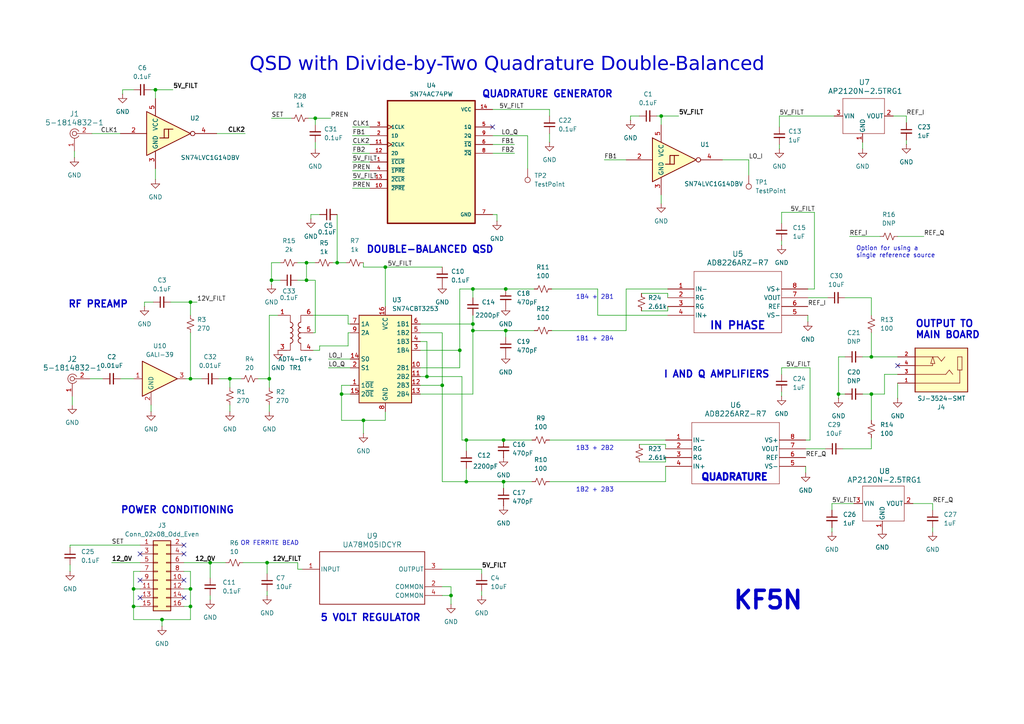
<source format=kicad_sch>
(kicad_sch (version 20231120) (generator "eeschema") (generator_version "8.0")
  (paper "A4")
  (title_block (title "QSD2 with Divide-by-Two Quadrature Double-Balanced") (date "2024-02-29") (rev "1.1"))
  (junction (at 111.76 77.47))
  (junction (at 55.245 109.855))
  (junction (at 55.245 175.895))
  (junction (at 55.245 87.63))
  (junction (at 146.685 83.82))
  (junction (at 45.085 26.035))
  (junction (at 135.255 127.635))
  (junction (at 191.77 33.655))
  (junction (at 77.47 163.195))
  (junction (at 135.255 139.7))
  (junction (at 97.79 76.2))
  (junction (at 66.675 109.855))
  (junction (at 252.73 114.3))
  (junction (at 60.96 163.195))
  (junction (at 88.9 81.28))
  (junction (at 137.16 93.98))
  (junction (at 128.27 111.76))
  (junction (at 99.06 114.3))
  (junction (at 78.105 109.855))
  (junction (at 243.205 114.3))
  (junction (at 137.16 83.82))
  (junction (at 38.735 175.895))
  (junction (at 252.73 103.505))
  (junction (at 55.245 170.815))
  (junction (at 146.685 95.885))
  (junction (at 105.41 121.92))
  (junction (at 123.825 109.22))
  (junction (at 130.81 172.72))
  (junction (at 91.44 34.29))
  (junction (at 38.735 170.815))
  (junction (at 88.9 76.2))
  (junction (at 46.99 179.705))
  (junction (at 146.05 127.635))
  (junction (at 137.16 95.885))
  (junction (at 78.74 81.28))
  (junction (at 146.05 139.7))
  (junction (at 133.35 101.6))
  (no_connect (at 260.35 106.045))
  (no_connect (at 53.34 168.275))
  (no_connect (at 53.34 160.655))
  (no_connect (at 142.875 36.83))
  (no_connect (at 40.64 168.275))
  (no_connect (at 40.64 160.655))
  (no_connect (at 53.34 173.355))
  (no_connect (at 53.34 158.115))
  (no_connect (at 40.64 173.355))
  (wire (pts (xy 262.89 40.64) (xy 262.89 41.91)))
  (wire (pts (xy 186.055 90.17) (xy 193.675 90.17)))
  (wire (pts (xy 233.68 130.175) (xy 239.395 130.175)))
  (wire (pts (xy 121.92 99.06) (xy 123.825 99.06)))
  (wire (pts (xy 55.245 109.855) (xy 58.42 109.855)))
  (wire (pts (xy 86.36 76.2) (xy 88.9 76.2)))
  (wire (pts (xy 234.95 127.635) (xy 234.95 106.68)))
  (wire (pts (xy 45.085 26.035) (xy 45.085 28.575)))
  (wire (pts (xy 153.035 48.895) (xy 153.035 39.37)))
  (wire (pts (xy 38.735 175.895) (xy 38.735 179.705)))
  (wire (pts (xy 185.42 128.905) (xy 193.04 128.905)))
  (wire (pts (xy 20.32 158.115) (xy 20.32 158.75)))
  (wire (pts (xy 78.105 91.44) (xy 78.105 109.855)))
  (wire (pts (xy 128.27 172.72) (xy 130.81 172.72)))
  (wire (pts (xy 181.61 95.885) (xy 181.61 83.82)))
  (wire (pts (xy 128.27 170.18) (xy 130.81 170.18)))
  (wire (pts (xy 226.06 33.655) (xy 226.06 36.83)))
  (wire (pts (xy 90.17 62.23) (xy 92.71 62.23)))
  (wire (pts (xy 241.3 146.05) (xy 241.3 147.955)))
  (wire (pts (xy 38.735 170.815) (xy 40.64 170.815)))
  (wire (pts (xy 252.73 130.175) (xy 252.73 127)))
  (wire (pts (xy 256.54 114.3) (xy 256.54 108.585)))
  (wire (pts (xy 26.035 109.855) (xy 29.845 109.855)))
  (wire (pts (xy 99.06 114.3) (xy 99.06 111.76)))
  (wire (pts (xy 55.245 87.63) (xy 55.245 91.44)))
  (wire (pts (xy 21.59 43.815) (xy 21.59 45.72)))
  (wire (pts (xy 142.875 31.75) (xy 159.385 31.75)))
  (wire (pts (xy 137.16 83.82) (xy 146.685 83.82)))
  (wire (pts (xy 43.815 117.475) (xy 43.815 119.38)))
  (wire (pts (xy 193.675 90.17) (xy 193.675 88.9)))
  (wire (pts (xy 53.34 163.195) (xy 60.96 163.195)))
  (wire (pts (xy 137.16 83.82) (xy 137.16 86.36)))
  (wire (pts (xy 234.95 106.68) (xy 226.695 106.68)))
  (wire (pts (xy 35.56 26.035) (xy 35.56 27.305)))
  (wire (pts (xy 55.245 165.735) (xy 55.245 170.815)))
  (wire (pts (xy 77.47 171.45) (xy 77.47 172.72)))
  (wire (pts (xy 78.105 109.855) (xy 78.105 112.395)))
  (wire (pts (xy 41.91 88.9) (xy 41.91 87.63)))
  (wire (pts (xy 159.385 139.7) (xy 193.04 139.7)))
  (wire (pts (xy 55.245 165.735) (xy 53.34 165.735)))
  (wire (pts (xy 53.34 170.815) (xy 55.245 170.815)))
  (wire (pts (xy 70.485 163.195) (xy 77.47 163.195)))
  (wire (pts (xy 99.06 114.3) (xy 99.06 121.92)))
  (wire (pts (xy 95.25 106.68) (xy 101.6 106.68)))
  (wire (pts (xy 226.695 69.85) (xy 226.695 71.12)))
  (wire (pts (xy 226.06 33.655) (xy 241.935 33.655)))
  (wire (pts (xy 99.06 121.92) (xy 105.41 121.92)))
  (wire (pts (xy 102.235 52.07) (xy 107.315 52.07)))
  (wire (pts (xy 185.42 33.655) (xy 182.88 33.655)))
  (wire (pts (xy 121.92 106.68) (xy 133.35 106.68)))
  (wire (pts (xy 99.06 111.76) (xy 101.6 111.76)))
  (wire (pts (xy 236.22 83.82) (xy 236.22 61.595)))
  (wire (pts (xy 193.04 139.7) (xy 193.04 135.255)))
  (wire (pts (xy 41.91 87.63) (xy 44.45 87.63)))
  (wire (pts (xy 49.53 87.63) (xy 55.245 87.63)))
  (wire (pts (xy 137.16 114.3) (xy 137.16 95.885)))
  (wire (pts (xy 74.93 109.855) (xy 78.105 109.855)))
  (wire (pts (xy 142.875 62.23) (xy 144.145 62.23)))
  (wire (pts (xy 259.08 33.655) (xy 262.89 33.655)))
  (wire (pts (xy 86.36 81.28) (xy 88.9 81.28)))
  (wire (pts (xy 111.76 121.92) (xy 111.76 119.38)))
  (wire (pts (xy 186.055 85.09) (xy 193.675 85.09)))
  (wire (pts (xy 45.085 26.035) (xy 50.165 26.035)))
  (wire (pts (xy 262.89 33.655) (xy 262.89 35.56)))
  (wire (pts (xy 209.55 46.355) (xy 217.17 46.355)))
  (wire (pts (xy 139.7 171.45) (xy 139.7 172.72)))
  (wire (pts (xy 250.19 114.3) (xy 252.73 114.3)))
  (wire (pts (xy 105.41 76.2) (xy 105.41 77.47)))
  (wire (pts (xy 133.35 101.6) (xy 133.35 83.82)))
  (wire (pts (xy 128.27 139.7) (xy 135.255 139.7)))
  (wire (pts (xy 92.71 101.6) (xy 92.71 100.33)))
  (wire (pts (xy 100.965 93.98) (xy 101.6 93.98)))
  (wire (pts (xy 182.88 33.655) (xy 182.88 34.925)))
  (wire (pts (xy 102.235 54.61) (xy 107.315 54.61)))
  (wire (pts (xy 135.255 127.635) (xy 146.05 127.635)))
  (wire (pts (xy 34.925 109.855) (xy 38.735 109.855)))
  (wire (pts (xy 190.5 33.655) (xy 191.77 33.655)))
  (wire (pts (xy 245.11 103.505) (xy 243.205 103.505)))
  (wire (pts (xy 66.675 117.475) (xy 66.675 119.38)))
  (wire (pts (xy 55.245 170.815) (xy 55.245 175.895)))
  (wire (pts (xy 264.795 146.05) (xy 270.51 146.05)))
  (wire (pts (xy 146.685 97.79) (xy 146.685 95.885)))
  (wire (pts (xy 146.05 141.605) (xy 146.05 139.7)))
  (wire (pts (xy 78.105 117.475) (xy 78.105 119.38)))
  (wire (pts (xy 256.54 114.3) (xy 252.73 114.3)))
  (wire (pts (xy 243.205 103.505) (xy 243.205 114.3)))
  (wire (pts (xy 97.79 76.2) (xy 100.33 76.2)))
  (wire (pts (xy 137.16 95.885) (xy 146.685 95.885)))
  (wire (pts (xy 105.41 77.47) (xy 111.76 77.47)))
  (wire (pts (xy 38.735 26.035) (xy 35.56 26.035)))
  (wire (pts (xy 260.35 111.125) (xy 260.35 115.57)))
  (wire (pts (xy 38.735 165.735) (xy 40.64 165.735)))
  (wire (pts (xy 111.76 77.47) (xy 111.76 88.9)))
  (wire (pts (xy 181.61 83.82) (xy 193.675 83.82)))
  (wire (pts (xy 81.28 76.2) (xy 78.74 76.2)))
  (wire (pts (xy 91.44 41.275) (xy 91.44 43.18)))
  (wire (pts (xy 96.52 76.2) (xy 97.79 76.2)))
  (wire (pts (xy 121.92 114.3) (xy 137.16 114.3)))
  (wire (pts (xy 55.245 96.52) (xy 55.245 109.855)))
  (wire (pts (xy 146.05 127.635) (xy 154.305 127.635)))
  (wire (pts (xy 193.04 128.905) (xy 193.04 130.175)))
  (wire (pts (xy 89.535 34.29) (xy 91.44 34.29)))
  (wire (pts (xy 252.73 114.3) (xy 252.73 121.92)))
  (wire (pts (xy 32.385 163.195) (xy 40.64 163.195)))
  (wire (pts (xy 175.26 46.355) (xy 181.61 46.355)))
  (wire (pts (xy 88.9 76.2) (xy 91.44 76.2)))
  (wire (pts (xy 142.875 41.91) (xy 149.225 41.91)))
  (wire (pts (xy 245.11 86.36) (xy 252.73 86.36)))
  (wire (pts (xy 26.67 38.735) (xy 34.925 38.735)))
  (wire (pts (xy 135.255 139.7) (xy 146.05 139.7)))
  (wire (pts (xy 121.92 101.6) (xy 133.35 101.6)))
  (wire (pts (xy 160.02 95.885) (xy 181.61 95.885)))
  (wire (pts (xy 105.41 121.92) (xy 111.76 121.92)))
  (wire (pts (xy 121.92 93.98) (xy 137.16 93.98)))
  (wire (pts (xy 133.35 106.68) (xy 133.35 101.6)))
  (wire (pts (xy 90.17 63.5) (xy 90.17 62.23)))
  (wire (pts (xy 100.965 96.52) (xy 101.6 96.52)))
  (wire (pts (xy 123.825 109.22) (xy 133.985 109.22)))
  (wire (pts (xy 234.315 91.44) (xy 234.315 93.345)))
  (wire (pts (xy 185.42 133.985) (xy 193.04 133.985)))
  (wire (pts (xy 102.235 46.99) (xy 107.315 46.99)))
  (wire (pts (xy 252.73 103.505) (xy 260.35 103.505)))
  (wire (pts (xy 78.74 81.28) (xy 78.74 82.55)))
  (wire (pts (xy 135.255 135.89) (xy 135.255 139.7)))
  (wire (pts (xy 159.385 31.75) (xy 159.385 33.655)))
  (wire (pts (xy 95.25 104.14) (xy 101.6 104.14)))
  (wire (pts (xy 133.985 109.22) (xy 133.985 127.635)))
  (wire (pts (xy 45.085 48.895) (xy 45.085 52.07)))
  (wire (pts (xy 159.385 38.735) (xy 159.385 41.275)))
  (wire (pts (xy 193.675 85.09) (xy 193.675 86.36)))
  (wire (pts (xy 226.06 41.91) (xy 226.06 43.18)))
  (wire (pts (xy 133.35 83.82) (xy 137.16 83.82)))
  (wire (pts (xy 46.99 179.705) (xy 46.99 181.61)))
  (wire (pts (xy 66.675 109.855) (xy 69.85 109.855)))
  (wire (pts (xy 226.695 64.77) (xy 226.695 61.595)))
  (wire (pts (xy 246.38 68.58) (xy 255.27 68.58)))
  (wire (pts (xy 123.825 99.06) (xy 123.825 109.22)))
  (wire (pts (xy 78.74 81.28) (xy 81.28 81.28)))
  (wire (pts (xy 38.735 170.815) (xy 38.735 165.735)))
  (wire (pts (xy 128.27 111.76) (xy 128.27 139.7)))
  (wire (pts (xy 130.81 172.72) (xy 130.81 175.26)))
  (wire (pts (xy 102.235 36.83) (xy 107.315 36.83)))
  (wire (pts (xy 270.51 153.035) (xy 270.51 154.305)))
  (wire (pts (xy 142.875 39.37) (xy 153.035 39.37)))
  (wire (pts (xy 63.5 109.855) (xy 66.675 109.855)))
  (wire (pts (xy 133.985 127.635) (xy 135.255 127.635)))
  (wire (pts (xy 102.235 44.45) (xy 107.315 44.45)))
  (wire (pts (xy 102.235 41.91) (xy 107.315 41.91)))
  (wire (pts (xy 144.145 62.23) (xy 144.145 64.135)))
  (wire (pts (xy 55.245 87.63) (xy 57.15 87.63)))
  (wire (pts (xy 91.44 81.28) (xy 88.9 81.28)))
  (wire (pts (xy 20.32 158.115) (xy 40.64 158.115)))
  (wire (pts (xy 91.44 96.52) (xy 91.44 81.28)))
  (wire (pts (xy 135.255 127.635) (xy 135.255 130.81)))
  (wire (pts (xy 121.92 109.22) (xy 123.825 109.22)))
  (wire (pts (xy 173.355 91.44) (xy 193.675 91.44)))
  (wire (pts (xy 55.245 175.895) (xy 53.34 175.895)))
  (wire (pts (xy 173.355 83.82) (xy 173.355 91.44)))
  (wire (pts (xy 105.41 121.92) (xy 105.41 125.73)))
  (wire (pts (xy 20.32 163.83) (xy 20.32 165.735)))
  (wire (pts (xy 234.315 86.36) (xy 240.03 86.36)))
  (wire (pts (xy 252.73 96.52) (xy 252.73 103.505)))
  (wire (pts (xy 102.235 49.53) (xy 107.315 49.53)))
  (wire (pts (xy 142.875 44.45) (xy 149.225 44.45)))
  (wire (pts (xy 77.47 163.195) (xy 77.47 166.37)))
  (wire (pts (xy 252.73 86.36) (xy 252.73 91.44)))
  (wire (pts (xy 60.96 163.195) (xy 65.405 163.195)))
  (wire (pts (xy 226.695 106.68) (xy 226.695 108.585)))
  (wire (pts (xy 137.16 91.44) (xy 137.16 93.98)))
  (wire (pts (xy 111.76 77.47) (xy 128.27 77.47)))
  (wire (pts (xy 62.865 38.735) (xy 71.12 38.735)))
  (wire (pts (xy 233.68 127.635) (xy 234.95 127.635)))
  (wire (pts (xy 191.77 33.655) (xy 191.77 36.195)))
  (wire (pts (xy 233.68 135.255) (xy 233.68 137.16)))
  (wire (pts (xy 66.675 109.855) (xy 66.675 112.395)))
  (wire (pts (xy 60.96 172.72) (xy 60.96 173.99)))
  (wire (pts (xy 243.205 114.3) (xy 245.11 114.3)))
  (wire (pts (xy 191.77 33.655) (xy 196.85 33.655)))
  (wire (pts (xy 38.735 179.705) (xy 46.99 179.705)))
  (wire (pts (xy 60.96 163.195) (xy 60.96 167.64)))
  (wire (pts (xy 121.92 96.52) (xy 128.27 96.52)))
  (wire (pts (xy 121.92 111.76) (xy 128.27 111.76)))
  (wire (pts (xy 91.44 34.29) (xy 95.885 34.29)))
  (wire (pts (xy 100.965 100.33) (xy 100.965 96.52)))
  (wire (pts (xy 234.315 83.82) (xy 236.22 83.82)))
  (wire (pts (xy 256.54 108.585) (xy 260.35 108.585)))
  (wire (pts (xy 146.685 83.82) (xy 154.94 83.82)))
  (wire (pts (xy 241.3 153.035) (xy 241.3 154.305)))
  (wire (pts (xy 160.02 83.82) (xy 173.355 83.82)))
  (wire (pts (xy 55.245 179.705) (xy 55.245 175.895)))
  (wire (pts (xy 86.36 165.1) (xy 87.63 165.1)))
  (wire (pts (xy 226.695 61.595) (xy 236.22 61.595)))
  (wire (pts (xy 270.51 146.05) (xy 270.51 147.955)))
  (wire (pts (xy 130.81 170.18) (xy 130.81 172.72)))
  (wire (pts (xy 88.9 76.2) (xy 88.9 81.28)))
  (wire (pts (xy 90.805 101.6) (xy 92.71 101.6)))
  (wire (pts (xy 217.17 46.355) (xy 217.17 50.8)))
  (wire (pts (xy 86.36 163.195) (xy 86.36 165.1)))
  (wire (pts (xy 226.695 113.665) (xy 226.695 114.935)))
  (wire (pts (xy 90.805 91.44) (xy 100.965 91.44)))
  (wire (pts (xy 20.955 114.935) (xy 20.955 117.475)))
  (wire (pts (xy 101.6 114.3) (xy 99.06 114.3)))
  (wire (pts (xy 100.965 91.44) (xy 100.965 93.98)))
  (wire (pts (xy 159.385 127.635) (xy 193.04 127.635)))
  (wire (pts (xy 78.105 91.44) (xy 80.645 91.44)))
  (wire (pts (xy 250.19 41.275) (xy 250.19 43.18)))
  (wire (pts (xy 243.205 114.3) (xy 243.205 115.57)))
  (wire (pts (xy 146.05 139.7) (xy 154.305 139.7)))
  (wire (pts (xy 77.47 163.195) (xy 86.36 163.195)))
  (wire (pts (xy 241.3 146.05) (xy 247.65 146.05)))
  (wire (pts (xy 92.71 100.33) (xy 100.965 100.33)))
  (wire (pts (xy 260.35 68.58) (xy 267.97 68.58)))
  (wire (pts (xy 193.04 133.985) (xy 193.04 132.715)))
  (wire (pts (xy 43.815 26.035) (xy 45.085 26.035)))
  (wire (pts (xy 46.99 179.705) (xy 55.245 179.705)))
  (wire (pts (xy 128.27 165.1) (xy 139.7 165.1)))
  (wire (pts (xy 139.7 165.1) (xy 139.7 166.37)))
  (wire (pts (xy 244.475 130.175) (xy 252.73 130.175)))
  (wire (pts (xy 102.235 39.37) (xy 107.315 39.37)))
  (wire (pts (xy 250.19 103.505) (xy 252.73 103.505)))
  (wire (pts (xy 90.805 96.52) (xy 91.44 96.52)))
  (wire (pts (xy 40.64 175.895) (xy 38.735 175.895)))
  (wire (pts (xy 91.44 34.29) (xy 91.44 36.195)))
  (wire (pts (xy 78.74 76.2) (xy 78.74 81.28)))
  (wire (pts (xy 128.27 96.52) (xy 128.27 111.76)))
  (wire (pts (xy 53.975 109.855) (xy 55.245 109.855)))
  (wire (pts (xy 146.685 95.885) (xy 154.94 95.885)))
  (wire (pts (xy 191.77 56.515) (xy 191.77 59.055)))
  (wire (pts (xy 78.74 34.29) (xy 84.455 34.29)))
  (wire (pts (xy 137.16 95.885) (xy 137.16 93.98)))
  (wire (pts (xy 38.735 175.895) (xy 38.735 170.815)))
  (wire (pts (xy 97.79 62.23) (xy 97.79 76.2)))
  (text "KF5N" (at 222.758 174.244 0) (effects (font (size 5.08 5.08) (thickness 1.016) (bold yes))))
  (text "OR FERRITE BEAD" (at 69.723 158.369 0) (effects (font (size 1.27 1.27)) (justify left bottom)))
  (text "Option for using a\nsingle reference source" (at 248.285 74.93 0) (effects (font (size 1.27 1.27)) (justify left bottom)))
  (text "5 VOLT REGULATOR" (at 92.837 180.467 0) (effects (font (size 2 2) (thickness 0.4) (bold yes)) (justify left bottom)))
  (text "1B2 + 2B3" (at 167.005 142.875 0) (effects (font (size 1.27 1.27)) (justify left bottom)))
  (text "1B3 + 2B2" (at 167.005 130.81 0) (effects (font (size 1.27 1.27)) (justify left bottom)))
  (text "QUADRATURE" (at 203.2 139.7 0) (effects (font (size 2 2) (thickness 0.5) (bold yes)) (justify left bottom)))
  (text "IN PHASE" (at 205.74 95.885 0) (effects (font (size 2.25 2.25) (thickness 0.45) (bold yes)) (justify left bottom)))
  (text "DOUBLE-BALANCED QSD" (at 106.172 73.66 0) (effects (font (size 2 2) (thickness 0.4) (bold yes)) (justify left bottom)))
  (text "QUADRATURE GENERATOR" (at 139.7 28.575 0) (effects (font (size 2 2) (bold yes)) (justify left bottom)))
  (text "POWER CONDITIONING" (at 34.925 149.225 0) (effects (font (size 2 2) (bold yes)) (justify left bottom)))
  (text "RF PREAMP" (at 19.685 89.535 0) (effects (font (size 2 2) (bold yes)) (justify left bottom)))
  (text "1B4 + 2B1" (at 167.005 86.995 0) (effects (font (size 1.27 1.27)) (justify left bottom)))
  (text "OUTPUT TO\nMAIN BOARD" (at 265.43 98.425 0) (effects (font (size 2 2) (bold yes)) (justify left bottom)))
  (text "I AND Q AMPLIFIERS" (at 192.405 109.855 0) (effects (font (size 2 2) (bold yes)) (justify left bottom)))
  (text "1B1 + 2B4" (at 167.005 99.06 0) (effects (font (size 1.27 1.27)) (justify left bottom)))
  (text "QSD with Divide-by-Two Quadrature Double-Balanced" (at 72.39 22.225 0) (effects (font (size 4 4)) (justify left bottom)))
  (label "CLK1" (at 29.21 38.735 0))
  (label "CLK2" (at 66.04 38.735 0) (effects (font (bold yes))))
  (label "PREN" (at 102.235 54.61 0))
  (label "5V_FILT" (at 226.06 33.655 0))
  (label "FB1" (at 102.235 39.37 0))
  (label "FB2" (at 145.415 44.45 0))
  (label "PREN" (at 95.885 34.29 0))
  (label "5V_FILT" (at 50.165 26.035 0) (effects (font (bold yes))))
  (label "5V_FILT" (at 241.3 146.05 0))
  (label "5V_FILT" (at 102.235 52.07 0))
  (label "LO_I" (at 95.25 104.14 0))
  (label "5V_FILT" (at 229.235 61.595 0))
  (label "5V_FILT" (at 102.235 46.99 0))
  (label "SET" (at 32.385 158.115 0))
  (label "12V_FILT" (at 57.15 87.63 0))
  (label "REF_Q" (at 270.51 146.05 0))
  (label "5V_FILT" (at 112.395 77.47 0))
  (label "LO_Q" (at 95.25 106.68 0))
  (label "REF_I" (at 246.38 68.58 0))
  (label "5V_FILT" (at 196.85 33.655 0) (effects (font (bold yes))))
  (label "PREN" (at 102.235 49.53 0))
  (label "CLK1" (at 102.235 36.83 0))
  (label "REF_I" (at 262.89 33.655 0))
  (label "LO_Q" (at 145.415 39.37 0))
  (label "12V_FILT" (at 78.994 163.195 0) (effects (font (bold yes))))
  (label "FB2" (at 102.235 44.45 0))
  (label "SET" (at 78.74 34.29 0))
  (label "12_0V" (at 56.515 163.195 0) (effects (font (bold yes))))
  (label "5V_FILT" (at 144.78 31.75 0))
  (label "FB1" (at 175.26 46.355 0))
  (label "REF_Q" (at 267.97 68.58 0))
  (label "CLK2" (at 102.235 41.91 0))
  (label "LO_I" (at 217.17 46.355 0))
  (label "12_0V" (at 32.385 163.195 0) (effects (font (bold yes))))
  (label "FB1" (at 145.415 41.91 0))
  (label "REF_Q" (at 233.68 132.715 0))
  (label "5V_FILT" (at 227.965 106.68 0))
  (label "REF_I" (at 234.315 88.9 0))
  (label "5V_FILT" (at 139.7 165.1 0) (effects (font (bold yes))))
  (symbol (lib_id "Device:C_Small") (at 241.3 150.495 0) (unit 1)
    (property "Reference" "C26" (at 244.475 149.2313 0) (effects (justify left)))
    (property "Value" "1uF" (at 244.475 151.7713 0) (effects (justify left)))
    (property "Footprint" "Capacitor_SMD:C_1206_3216Metric" (effects (hide yes)))
    (property "Description" "Unpolarized capacitor, small symbol" (effects (hide yes)))
  )
  (symbol (lib_id "74xGxx:SN74LVC1G14DBV") (at 196.85 46.355 0) (unit 1)
    (property "Reference" "U1" (at 204.47 41.91 0))
    (property "Value" "SN74LVC1G14DBV" (at 207.01 53.34 0))
    (property "Footprint" "Package_TO_SOT_SMD:SOT-23-5" (effects (hide yes)))
    (property "Datasheet" "https://www.ti.com/lit/ds/symlink/sn74lvc1g14.pdf" (effects (hide yes)))
    (property "Description" "Single Schmitt NOT Gate, Low-Voltage CMOS, SOT-23" (effects (hide yes)))
  )
  (symbol (lib_id "power:GND") (at 234.315 93.345 0) (unit 1)
    (property "Reference" "#PWR028" (effects (hide yes)))
    (property "Value" "GND" (at 234.315 98.425 0))
    (property "Description" "Power symbol creates a global label with name \"GND\" , ground" (effects (hide yes)))
  )
  (symbol (lib_id "Device:C_Small") (at 20.32 161.29 0) (unit 1)
    (property "Reference" "C25" (at 23.495 160.0263 0) (effects (justify left)))
    (property "Value" "0.1uF" (at 23.495 162.5663 0) (effects (justify left)))
    (property "Footprint" "Capacitor_SMD:C_1206_3216Metric" (effects (hide yes)))
    (property "Description" "Unpolarized capacitor, small symbol" (effects (hide yes)))
  )
  (symbol (lib_id "power:GND") (at 146.685 88.9 0) (unit 1)
    (property "Reference" "#PWR020" (effects (hide yes)))
    (property "Value" "GND" (at 146.685 93.98 0))
    (property "Description" "Power symbol creates a global label with name \"GND\" , ground" (effects (hide yes)))
  )
  (symbol (lib_id "Device:R_Small_US") (at 157.48 83.82 90) (unit 1)
    (property "Reference" "R11" (at 157.48 77.47 90))
    (property "Value" "100" (at 157.48 80.01 90))
    (property "Footprint" "Resistor_SMD:R_1206_3216Metric" (effects (hide yes)))
    (property "Description" "Resistor, small US symbol" (effects (hide yes)))
  )
  (symbol (lib_id "Device:R_Small_US") (at 93.98 76.2 90) (unit 1)
    (property "Reference" "R5" (at 93.98 70.485 90))
    (property "Value" "1k" (at 93.98 73.025 90))
    (property "Footprint" "Resistor_SMD:R_1206_3216Metric" (effects (hide yes)))
    (property "Description" "Resistor, small US symbol" (effects (hide yes)))
  )
  (symbol (lib_id "power:GND") (at 270.51 154.305 0) (unit 1)
    (property "Reference" "#PWR036" (effects (hide yes)))
    (property "Value" "GND" (at 270.51 159.385 0))
    (property "Description" "Power symbol creates a global label with name \"GND\" , ground" (effects (hide yes)))
  )
  (symbol (lib_id "power:GND") (at 159.385 41.275 0) (unit 1)
    (property "Reference" "#PWR025" (effects (hide yes)))
    (property "Value" "GND" (at 159.385 46.355 0))
    (property "Description" "Power symbol creates a global label with name \"GND\" , ground" (effects (hide yes)))
  )
  (symbol (lib_id "Device:C_Small") (at 270.51 150.495 0) (unit 1)
    (property "Reference" "C27" (at 273.685 149.2313 0) (effects (justify left)))
    (property "Value" "1uF" (at 273.685 151.7713 0) (effects (justify left)))
    (property "Footprint" "Capacitor_SMD:C_1206_3216Metric" (effects (hide yes)))
    (property "Description" "Unpolarized capacitor, small symbol" (effects (hide yes)))
  )
  (symbol (lib_id "Device:R_Small_US") (at 252.73 124.46 180) (unit 1)
    (property "Reference" "R14" (at 255.27 123.19 0) (effects (justify right)))
    (property "Value" "100" (at 255.27 125.73 0) (effects (justify right)))
    (property "Footprint" "Resistor_SMD:R_1206_3216Metric" (effects (hide yes)))
    (property "Description" "Resistor, small US symbol" (effects (hide yes)))
  )
  (symbol (lib_id "power:GND") (at 45.085 52.07 0) (unit 1)
    (property "Reference" "#PWR011" (effects (hide yes)))
    (property "Value" "GND" (at 45.085 57.15 0))
    (property "Description" "Power symbol creates a global label with name \"GND\" , ground" (effects (hide yes)))
  )
  (symbol (lib_id "power:GND") (at 243.205 115.57 0) (unit 1)
    (property "Reference" "#PWR022" (effects (hide yes)))
    (property "Value" "GND" (at 243.205 120.65 0))
    (property "Description" "Power symbol creates a global label with name \"GND\" , ground" (effects (hide yes)))
  )
  (symbol (lib_id "Device:R_Small_US") (at 72.39 109.855 90) (unit 1)
    (property "Reference" "R4" (at 72.39 104.14 90))
    (property "Value" "20" (at 72.39 106.68 90))
    (property "Footprint" "Resistor_SMD:R_1206_3216Metric" (effects (hide yes)))
    (property "Description" "Resistor, small US symbol" (effects (hide yes)))
  )
  (symbol (lib_id "Device:R_Small_US") (at 257.81 68.58 270) (unit 1)
    (property "Reference" "R16" (at 257.81 62.23 90))
    (property "Value" "DNP" (at 257.81 64.77 90))
    (property "Footprint" "Resistor_SMD:R_1206_3216Metric" (effects (hide yes)))
    (property "Description" "Resistor, small US symbol" (effects (hide yes)))
  )
  (symbol (lib_id "power:GND") (at 80.645 101.6 0) (unit 1)
    (property "Reference" "#PWR033" (effects (hide yes)))
    (property "Value" "GND" (at 80.645 106.68 0))
    (property "Description" "Power symbol creates a global label with name \"GND\" , ground" (effects (hide yes)))
  )
  (symbol (lib_id "power:GND") (at 139.7 172.72 0) (unit 1)
    (property "Reference" "#PWR015" (effects (hide yes)))
    (property "Value" "GND" (at 139.7 177.8 0))
    (property "Description" "Power symbol creates a global label with name \"GND\" , ground" (effects (hide yes)))
  )
  (symbol (lib_id "SN74AC74PW:SN74AC74PW") (at 125.095 46.99 0) (unit 1)
    (property "Reference" "U4" (at 125.095 24.765 0))
    (property "Value" "SN74AC74PW" (at 125.095 27.305 0))
    (property "Footprint" "Package_SO:TSSOP-14_4.4x5mm_P0.65mm" (effects (hide yes)))
  )
  (symbol (lib_id "power:GND") (at 250.19 43.18 0) (unit 1)
    (property "Reference" "#PWR026" (effects (hide yes)))
    (property "Value" "GND" (at 250.19 48.26 0))
    (property "Description" "Power symbol creates a global label with name \"GND\" , ground" (effects (hide yes)))
  )
  (symbol (lib_id "power:GND") (at 41.91 88.9 0) (unit 1)
    (property "Reference" "#PWR06" (effects (hide yes)))
    (property "Value" "GND" (at 41.91 93.98 0))
    (property "Description" "Power symbol creates a global label with name \"GND\" , ground" (effects (hide yes)))
  )
  (symbol (lib_id "power:GND") (at 255.905 153.67 0) (unit 1)
    (property "Reference" "#PWR027" (effects (hide yes)))
    (property "Value" "GND" (at 255.905 158.75 0))
    (property "Description" "Power symbol creates a global label with name \"GND\" , ground" (effects (hide yes)))
  )
  (symbol (lib_id "Device:R_Small_US") (at 102.87 76.2 90) (unit 1)
    (property "Reference" "R7" (at 102.87 69.85 90))
    (property "Value" "1k" (at 102.87 72.39 90))
    (property "Footprint" "Resistor_SMD:R_1206_3216Metric" (effects (hide yes)))
    (property "Description" "Resistor, small US symbol" (effects (hide yes)))
  )
  (symbol (lib_id "Device:R_Small_US") (at 66.675 114.935 0) (unit 1)
    (property "Reference" "R1" (at 68.58 113.665 0) (effects (justify left)))
    (property "Value" "270" (at 68.58 116.205 0) (effects (justify left)))
    (property "Footprint" "Resistor_SMD:R_1206_3216Metric" (effects (hide yes)))
    (property "Description" "Resistor, small US symbol" (effects (hide yes)))
  )
  (symbol (lib_id "2023-10-04_14-23-21:AD8226ARZ-R7") (at 193.04 127.635 0) (unit 1)
    (property "Reference" "U6" (at 213.36 117.475 0) (effects (font (size 1.524 1.524))))
    (property "Value" "AD8226ARZ-R7" (at 213.36 120.015 0) (effects (font (size 1.524 1.524))))
    (property "Footprint" "16TSOP:R_8_ADI" (effects (hide yes)))
    (property "Datasheet" "AD8226ARZ-R7" (effects (hide yes)))
  )
  (symbol (lib_id "Device:R_Small_US") (at 252.73 93.98 180) (unit 1)
    (property "Reference" "R13" (at 255.27 92.71 0) (effects (justify right)))
    (property "Value" "100" (at 255.27 95.25 0) (effects (justify right)))
    (property "Footprint" "Resistor_SMD:R_1206_3216Metric" (effects (hide yes)))
    (property "Description" "Resistor, small US symbol" (effects (hide yes)))
  )
  (symbol (lib_id "Device:R_Small_US") (at 78.105 114.935 0) (unit 1)
    (property "Reference" "R2" (at 80.01 113.665 0) (effects (justify left)))
    (property "Value" "270" (at 80.01 116.205 0) (effects (justify left)))
    (property "Footprint" "Resistor_SMD:R_1206_3216Metric" (effects (hide yes)))
    (property "Description" "Resistor, small US symbol" (effects (hide yes)))
  )
  (symbol (lib_id "power:GND") (at 226.695 114.935 0) (unit 1)
    (property "Reference" "#PWR038" (effects (hide yes)))
    (property "Value" "GND" (at 226.695 120.015 0))
    (property "Description" "Power symbol creates a global label with name \"GND\" , ground" (effects (hide yes)))
  )
  (symbol (lib_id "Device:C_Small") (at 46.99 87.63 90) (unit 1)
    (property "Reference" "C3" (at 46.9963 81.28 90))
    (property "Value" "0.1uF" (at 46.9963 83.82 90))
    (property "Footprint" "Capacitor_SMD:C_1206_3216Metric" (effects (hide yes)))
    (property "Description" "Unpolarized capacitor, small symbol" (effects (hide yes)))
  )
  (symbol (lib_id "Device:C_Small") (at 95.25 62.23 90) (unit 1)
    (property "Reference" "C5" (at 95.25 65.405 90))
    (property "Value" "0.1uF" (at 94.869 67.31 90))
    (property "Footprint" "Capacitor_SMD:C_1206_3216Metric" (effects (hide yes)))
    (property "Description" "Unpolarized capacitor, small symbol" (effects (hide yes)))
  )
  (symbol (lib_id "Device:C_Small") (at 159.385 36.195 180) (unit 1)
    (property "Reference" "C22" (at 161.925 34.9186 0) (effects (justify right)))
    (property "Value" "0.1uF" (at 161.925 37.4586 0) (effects (justify right)))
    (property "Footprint" "Capacitor_SMD:C_1206_3216Metric" (effects (hide yes)))
    (property "Description" "Unpolarized capacitor, small symbol" (effects (hide yes)))
  )
  (symbol (lib_id "Device:C_Small") (at 32.385 109.855 90) (unit 1)
    (property "Reference" "C2" (at 32.3913 103.505 90))
    (property "Value" "0.01uF" (at 32.3913 106.045 90))
    (property "Footprint" "Capacitor_SMD:C_1206_3216Metric" (effects (hide yes)))
    (property "Description" "Unpolarized capacitor, small symbol" (effects (hide yes)))
  )
  (symbol (lib_id "Transformer:ADT4-6T") (at 85.725 96.52 0) (mirror x) (unit 1)
    (property "Reference" "TR1" (at 85.725 106.68 0))
    (property "Value" "ADT4-6T+" (at 85.725 104.14 0))
    (property "Footprint" "RF_Mini-Circuits:Mini-Circuits_CD637_H5.23mm" (effects (hide yes)))
    (property "Datasheet" "https://www.minicircuits.com/pdfs/ADT4-6T+.pdf" (effects (hide yes)))
    (property "Description" "1.5-70MHz 1:4 RF Transformer, Unbalanced to Balanced Center Tap, CD637" (effects (hide yes)))
  )
  (symbol (lib_id "Device:C_Small") (at 128.27 80.01 180) (unit 1)
    (property "Reference" "C10" (at 130.81 78.7336 0) (effects (justify right)))
    (property "Value" "0.1uF" (at 130.81 81.2736 0) (effects (justify right)))
    (property "Footprint" "Capacitor_SMD:C_1206_3216Metric" (effects (hide yes)))
    (property "Description" "Unpolarized capacitor, small symbol" (effects (hide yes)))
  )
  (symbol (lib_id "Device:C_Small") (at 226.695 67.31 0) (unit 1)
    (property "Reference" "C15" (at 229.87 66.0463 0) (effects (justify left)))
    (property "Value" "1uF" (at 229.87 68.5863 0) (effects (justify left)))
    (property "Footprint" "Capacitor_SMD:C_1206_3216Metric" (effects (hide yes)))
    (property "Description" "Unpolarized capacitor, small symbol" (effects (hide yes)))
  )
  (symbol (lib_id "Device:R_Small_US") (at 67.945 163.195 90) (unit 1)
    (property "Reference" "R6" (at 67.945 157.48 90))
    (property "Value" "10" (at 67.945 160.02 90))
    (property "Footprint" "Resistor_SMD:R_1206_3216Metric" (effects (hide yes)))
    (property "Description" "Resistor, small US symbol" (effects (hide yes)))
  )
  (symbol (lib_id "power:GND") (at 128.27 82.55 0) (unit 1)
    (property "Reference" "#PWR016" (effects (hide yes)))
    (property "Value" "GND" (at 128.27 87.63 0))
    (property "Description" "Power symbol creates a global label with name \"GND\" , ground" (effects (hide yes)))
  )
  (symbol (lib_id "Device:C_Small") (at 187.96 33.655 90) (unit 1)
    (property "Reference" "C1" (at 187.9663 27.305 90))
    (property "Value" "0.1uF" (at 187.9663 29.845 90))
    (property "Footprint" "Capacitor_SMD:C_1206_3216Metric" (effects (hide yes)))
    (property "Description" "Unpolarized capacitor, small symbol" (effects (hide yes)))
  )
  (symbol (lib_id "UA78M05IDCYR:UA78M05IDCYR") (at 107.95 167.64 0) (unit 1)
    (property "Reference" "U9" (at 107.95 155.448 0) (effects (font (size 1.524 1.524))))
    (property "Value" "UA78M05IDCYR" (at 107.95 157.988 0) (effects (font (size 1.524 1.524))))
    (property "Footprint" "16TSOP:DCY0004A_N" (effects (hide yes)))
    (property "Datasheet" "UA78M05IDCYR" (effects (hide yes)))
  )
  (symbol (lib_id "power:GND") (at 130.81 175.26 0) (unit 1)
    (property "Reference" "#PWR010" (effects (hide yes)))
    (property "Value" "GND" (at 130.81 180.34 0))
    (property "Description" "Power symbol creates a global label with name \"GND\" , ground" (effects (hide yes)))
  )
  (symbol (lib_id "Device:R_Small_US") (at 83.82 76.2 90) (unit 1)
    (property "Reference" "R15" (at 83.82 69.85 90))
    (property "Value" "2k" (at 83.82 72.39 90))
    (property "Footprint" "Resistor_SMD:R_1206_3216Metric" (effects (hide yes)))
    (property "Description" "Resistor, small US symbol" (effects (hide yes)))
  )
  (symbol (lib_id "power:GND") (at 78.74 82.55 0) (unit 1)
    (property "Reference" "#PWR035" (effects (hide yes)))
    (property "Value" "GND" (at 78.74 87.63 0))
    (property "Description" "Power symbol creates a global label with name \"GND\" , ground" (effects (hide yes)))
  )
  (symbol (lib_id "power:GND") (at 146.05 146.685 0) (unit 1)
    (property "Reference" "#PWR019" (effects (hide yes)))
    (property "Value" "GND" (at 146.05 151.765 0))
    (property "Description" "Power symbol creates a global label with name \"GND\" , ground" (effects (hide yes)))
  )
  (symbol (lib_id "Device:C_Small") (at 139.7 168.91 0) (unit 1)
    (property "Reference" "C4" (at 142.24 167.6463 0) (effects (justify left)))
    (property "Value" "10uF" (at 142.24 170.1863 0) (effects (justify left)))
    (property "Footprint" "Capacitor_SMD:C_1206_3216Metric" (effects (hide yes)))
    (property "Description" "Unpolarized capacitor, small symbol" (effects (hide yes)))
  )
  (symbol (lib_id "power:GND") (at 146.685 102.87 0) (unit 1)
    (property "Reference" "#PWR021" (effects (hide yes)))
    (property "Value" "GND" (at 146.685 107.95 0))
    (property "Description" "Power symbol creates a global label with name \"GND\" , ground" (effects (hide yes)))
  )
  (symbol (lib_id "power:GND") (at 43.815 119.38 0) (unit 1)
    (property "Reference" "#PWR07" (effects (hide yes)))
    (property "Value" "GND" (at 43.815 124.46 0))
    (property "Description" "Power symbol creates a global label with name \"GND\" , ground" (effects (hide yes)))
  )
  (symbol (lib_id "power:GND") (at 144.145 64.135 0) (unit 1)
    (property "Reference" "#PWR024" (effects (hide yes)))
    (property "Value" "GND" (at 144.145 69.215 0))
    (property "Description" "Power symbol creates a global label with name \"GND\" , ground" (effects (hide yes)))
  )
  (symbol (lib_id "power:GND") (at 20.32 165.735 0) (unit 1)
    (property "Reference" "#PWR023" (effects (hide yes)))
    (property "Value" "GND" (at 20.32 170.815 0))
    (property "Description" "Power symbol creates a global label with name \"GND\" , ground" (effects (hide yes)))
  )
  (symbol (lib_id "Device:R_Small_US") (at 156.845 139.7 90) (unit 1)
    (property "Reference" "R10" (at 156.845 133.35 90))
    (property "Value" "100" (at 156.845 135.89 90))
    (property "Footprint" "Resistor_SMD:R_1206_3216Metric" (effects (hide yes)))
    (property "Description" "Resistor, small US symbol" (effects (hide yes)))
  )
  (symbol (lib_id "Device:C_Small") (at 146.685 100.33 0) (unit 1)
    (property "Reference" "C19" (at 149.86 99.0663 0) (effects (justify left)))
    (property "Value" "470pF" (at 149.86 101.6063 0) (effects (justify left)))
    (property "Footprint" "Capacitor_SMD:C_1206_3216Metric" (effects (hide yes)))
    (property "Description" "Unpolarized capacitor, small symbol" (effects (hide yes)))
  )
  (symbol (lib_id "Device:R_Small_US") (at 157.48 95.885 90) (unit 1)
    (property "Reference" "R12" (at 157.48 89.535 90))
    (property "Value" "100" (at 157.48 92.075 90))
    (property "Footprint" "Resistor_SMD:R_1206_3216Metric" (effects (hide yes)))
    (property "Description" "Resistor, small US symbol" (effects (hide yes)))
  )
  (symbol (lib_id "power:GND") (at 233.68 137.16 0) (unit 1)
    (property "Reference" "#PWR029" (effects (hide yes)))
    (property "Value" "GND" (at 233.68 142.24 0))
    (property "Description" "Power symbol creates a global label with name \"GND\" , ground" (effects (hide yes)))
  )
  (symbol (lib_id "dk_Coaxial-Connectors-RF:5-1814832-1") (at 20.955 109.855 0) (unit 1)
    (property "Reference" "J2" (at 20.9549 104.14 0) (effects (font (size 1.524 1.524))))
    (property "Value" "5-1814832-1" (at 20.9549 106.68 0) (effects (font (size 1.524 1.524))))
    (property "Footprint" "digikey-footprints:RF_SMA_Vertical_5-1814832-1" (effects (hide yes)))
    (property "Datasheet" "https://www.te.com/commerce/DocumentDelivery/DDEController?Action=srchrtrv&DocNm=1814832&DocType=Customer+Drawing&DocLang=English" (effects (hide yes)))
    (property "Description" "CONN SMA JACK STR 50 OHM PCB" (effects (hide yes)))
    (property "Digi-Key_PN" "A97594-ND" (effects (hide yes)))
    (property "MPN" "5-1814832-1" (effects (hide yes)))
    (property "Category" "Connectors, Interconnects" (effects (hide yes)))
    (property "Family" "Coaxial Connectors (RF)" (effects (hide yes)))
    (property "DK_Datasheet_Link" "https://www.te.com/commerce/DocumentDelivery/DDEController?Action=srchrtrv&DocNm=1814832&DocType=Customer+Drawing&DocLang=English" (effects (hide yes)))
    (property "DK_Detail_Page" "/product-detail/en/te-connectivity-amp-connectors/5-1814832-1/A97594-ND/1755982" (effects (hide yes)))
    (property "Manufacturer" "TE Connectivity AMP Connectors" (effects (hide yes)))
    (property "Status" "Active" (effects (hide yes)))
    (property "Description_1" "CONN SMA JACK STR 50 OHM PCB" (effects (hide yes)))
  )
  (symbol (lib_id "power:GND") (at 241.3 154.305 0) (unit 1)
    (property "Reference" "#PWR031" (effects (hide yes)))
    (property "Value" "GND" (at 241.3 159.385 0))
    (property "Description" "Power symbol creates a global label with name \"GND\" , ground" (effects (hide yes)))
  )
  (symbol (lib_id "power:GND") (at 46.99 181.61 0) (unit 1)
    (property "Reference" "#PWR05" (effects (hide yes)))
    (property "Value" "GND" (at 46.99 186.69 0))
    (property "Description" "Power symbol creates a global label with name \"GND\" , ground" (effects (hide yes)))
  )
  (symbol (lib_id "Device:C_Small") (at 146.685 86.36 0) (unit 1)
    (property "Reference" "C18" (at 149.86 85.0963 0) (effects (justify left)))
    (property "Value" "470pF" (at 149.86 87.6363 0) (effects (justify left)))
    (property "Footprint" "Capacitor_SMD:C_1206_3216Metric" (effects (hide yes)))
    (property "Description" "Unpolarized capacitor, small symbol" (effects (hide yes)))
  )
  (symbol (lib_id "Device:C_Small") (at 135.255 133.35 180) (unit 1)
    (property "Reference" "C12" (at 138.43 132.0736 0) (effects (justify right)))
    (property "Value" "2200pF" (at 137.16 135.255 0) (effects (justify right)))
    (property "Footprint" "Capacitor_SMD:C_1206_3216Metric" (effects (hide yes)))
    (property "Description" "Unpolarized capacitor, small symbol" (effects (hide yes)))
  )
  (symbol (lib_id "Device:C_Small") (at 242.57 86.36 90) (unit 1)
    (property "Reference" "C30" (at 242.5763 80.01 90))
    (property "Value" "10uF" (at 242.5763 82.55 90))
    (property "Footprint" "Capacitor_SMD:C_1206_3216Metric" (effects (hide yes)))
    (property "Description" "Unpolarized capacitor, small symbol" (effects (hide yes)))
  )
  (symbol (lib_id "power:GND") (at 77.47 172.72 0) (unit 1)
    (property "Reference" "#PWR012" (effects (hide yes)))
    (property "Value" "GND" (at 77.47 177.8 0))
    (property "Description" "Power symbol creates a global label with name \"GND\" , ground" (effects (hide yes)))
  )
  (symbol (lib_id "Device:R_Small_US") (at 55.245 93.98 0) (unit 1)
    (property "Reference" "R3" (at 57.15 92.71 0) (effects (justify left)))
    (property "Value" "270" (at 57.15 95.25 0) (effects (justify left)))
    (property "Footprint" "Resistor_SMD:R_1206_3216Metric" (effects (hide yes)))
    (property "Description" "Resistor, small US symbol" (effects (hide yes)))
  )
  (symbol (lib_id "Connector_Generic:Conn_02x08_Odd_Even") (at 45.72 165.735 0) (unit 1)
    (property "Reference" "J3" (at 46.99 152.4 0))
    (property "Value" "Conn_02x08_Odd_Even" (at 46.99 154.94 0))
    (property "Footprint" "Connector_IDC:IDC-Header_2x08_P2.54mm_Vertical" (effects (hide yes)))
    (property "Description" "Generic connector, double row, 02x08, odd/even pin numbering scheme (row 1 odd numbers, row 2 even numbers), script generated (kicad-library-utils/schlib/autogen/connector/)" (effects (hide yes)))
  )
  (symbol (lib_id "power:GND") (at 262.89 41.91 0) (unit 1)
    (property "Reference" "#PWR014" (effects (hide yes)))
    (property "Value" "GND" (at 262.89 46.99 0))
    (property "Description" "Power symbol creates a global label with name \"GND\" , ground" (effects (hide yes)))
  )
  (symbol (lib_id "Connector:TestPoint") (at 153.035 48.895 180) (unit 1)
    (property "Reference" "TP2" (at 154.94 50.927 0) (effects (justify right)))
    (property "Value" "TestPoint" (at 154.94 53.467 0) (effects (justify right)))
    (property "Footprint" "TestPoint:TestPoint_Pad_D1.0mm" (effects (hide yes)))
    (property "Description" "test point" (effects (hide yes)))
  )
  (symbol (lib_id "power:GND") (at 226.695 71.12 0) (unit 1)
    (property "Reference" "#PWR040" (effects (hide yes)))
    (property "Value" "GND" (at 226.695 76.2 0))
    (property "Description" "Power symbol creates a global label with name \"GND\" , ground" (effects (hide yes)))
  )
  (symbol (lib_id "Device:C_Small") (at 226.695 111.125 0) (unit 1)
    (property "Reference" "C24" (at 229.87 109.8613 0) (effects (justify left)))
    (property "Value" "1uF" (at 229.87 112.4013 0) (effects (justify left)))
    (property "Footprint" "Capacitor_SMD:C_1206_3216Metric" (effects (hide yes)))
    (property "Description" "Unpolarized capacitor, small symbol" (effects (hide yes)))
  )
  (symbol (lib_id "power:GND") (at 35.56 27.305 0) (unit 1)
    (property "Reference" "#PWR08" (effects (hide yes)))
    (property "Value" "GND" (at 35.56 32.385 0))
    (property "Description" "Power symbol creates a global label with name \"GND\" , ground" (effects (hide yes)))
  )
  (symbol (lib_id "power:GND") (at 66.675 119.38 0) (unit 1)
    (property "Reference" "#PWR041" (effects (hide yes)))
    (property "Value" "GND" (at 66.675 124.46 0))
    (property "Description" "Power symbol creates a global label with name \"GND\" , ground" (effects (hide yes)))
  )
  (symbol (lib_id "power:GND") (at 260.35 115.57 0) (unit 1)
    (property "Reference" "#PWR030" (effects (hide yes)))
    (property "Value" "GND" (at 260.35 120.65 0))
    (property "Description" "Power symbol creates a global label with name \"GND\" , ground" (effects (hide yes)))
  )
  (symbol (lib_id "Device:C_Small") (at 262.89 38.1 0) (unit 1)
    (property "Reference" "C23" (at 266.065 36.8363 0) (effects (justify left)))
    (property "Value" "1uF" (at 266.065 39.3763 0) (effects (justify left)))
    (property "Footprint" "Capacitor_SMD:C_1206_3216Metric" (effects (hide yes)))
    (property "Description" "Unpolarized capacitor, small symbol" (effects (hide yes)))
  )
  (symbol (lib_id "Device:C_Small") (at 41.275 26.035 90) (unit 1)
    (property "Reference" "C6" (at 41.2813 19.685 90))
    (property "Value" "0.1uF" (at 41.2813 22.225 90))
    (property "Footprint" "Capacitor_SMD:C_1206_3216Metric" (effects (hide yes)))
    (property "Description" "Unpolarized capacitor, small symbol" (effects (hide yes)))
  )
  (symbol (lib_id "power:GND") (at 146.05 132.715 0) (unit 1)
    (property "Reference" "#PWR018" (effects (hide yes)))
    (property "Value" "GND" (at 146.05 137.795 0))
    (property "Description" "Power symbol creates a global label with name \"GND\" , ground" (effects (hide yes)))
  )
  (symbol (lib_id "power:GND") (at 21.59 45.72 0) (unit 1)
    (property "Reference" "#PWR01" (effects (hide yes)))
    (property "Value" "GND" (at 21.59 50.8 0))
    (property "Description" "Power symbol creates a global label with name \"GND\" , ground" (effects (hide yes)))
  )
  (symbol (lib_id "Device:R_Small_US") (at 185.42 131.445 180) (unit 1)
    (property "Reference" "R23" (at 187.96 130.175 0) (effects (justify right)))
    (property "Value" "2.61k" (at 187.96 132.715 0) (effects (justify right)))
    (property "Footprint" "Resistor_SMD:R_1206_3216Metric" (effects (hide yes)))
    (property "Description" "Resistor, small US symbol" (effects (hide yes)))
  )
  (symbol (lib_id "2023-10-04_14-49-55:AP2120N-2.5TRG1") (at 250.825 33.02 0) (unit 1)
    (property "Reference" "U7" (at 250.698 23.876 0) (effects (font (size 1.524 1.524))))
    (property "Value" "AP2120N-2.5TRG1" (at 250.952 26.416 0) (effects (font (size 1.524 1.524))))
    (property "Footprint" "AP2120N:SOT-23_DIO" (effects (hide yes)))
    (property "Datasheet" "AP2120N-2.5TRG1" (effects (hide yes)))
  )
  (symbol (lib_id "dk_Coaxial-Connectors-RF:5-1814832-1") (at 21.59 38.735 0) (unit 1)
    (property "Reference" "J1" (at 21.5899 33.02 0) (effects (font (size 1.524 1.524))))
    (property "Value" "5-1814832-1" (at 21.5899 35.56 0) (effects (font (size 1.524 1.524))))
    (property "Footprint" "digikey-footprints:RF_SMA_Vertical_5-1814832-1" (effects (hide yes)))
    (property "Datasheet" "https://www.te.com/commerce/DocumentDelivery/DDEController?Action=srchrtrv&DocNm=1814832&DocType=Customer+Drawing&DocLang=English" (effects (hide yes)))
    (property "Description" "CONN SMA JACK STR 50 OHM PCB" (effects (hide yes)))
    (property "Digi-Key_PN" "A97594-ND" (effects (hide yes)))
    (property "MPN" "5-1814832-1" (effects (hide yes)))
    (property "Category" "Connectors, Interconnects" (effects (hide yes)))
    (property "Family" "Coaxial Connectors (RF)" (effects (hide yes)))
    (property "DK_Datasheet_Link" "https://www.te.com/commerce/DocumentDelivery/DDEController?Action=srchrtrv&DocNm=1814832&DocType=Customer+Drawing&DocLang=English" (effects (hide yes)))
    (property "DK_Detail_Page" "/product-detail/en/te-connectivity-amp-connectors/5-1814832-1/A97594-ND/1755982" (effects (hide yes)))
    (property "Manufacturer" "TE Connectivity AMP Connectors" (effects (hide yes)))
    (property "Status" "Active" (effects (hide yes)))
    (property "Description_1" "CONN SMA JACK STR 50 OHM PCB" (effects (hide yes)))
  )
  (symbol (lib_id "Device:R_Small_US") (at 186.055 87.63 0) (unit 1)
    (property "Reference" "R24" (at 187.96 86.36 0) (effects (justify left)))
    (property "Value" "2.61k" (at 187.96 88.9 0) (effects (justify left)))
    (property "Footprint" "Resistor_SMD:R_1206_3216Metric" (effects (hide yes)))
    (property "Description" "Resistor, small US symbol" (effects (hide yes)))
  )
  (symbol (lib_id "Device:C_Small") (at 247.65 114.3 90) (unit 1)
    (property "Reference" "C20" (at 247.6563 107.95 90))
    (property "Value" "DNP" (at 247.6563 110.49 90))
    (property "Footprint" "Capacitor_SMD:C_1206_3216Metric" (effects (hide yes)))
    (property "Description" "Unpolarized capacitor, small symbol" (effects (hide yes)))
  )
  (symbol (lib_id "power:GND") (at 105.41 125.73 0) (unit 1)
    (property "Reference" "#PWR013" (effects (hide yes)))
    (property "Value" "GND" (at 105.41 130.81 0))
    (property "Description" "Power symbol creates a global label with name \"GND\" , ground" (effects (hide yes)))
  )
  (symbol (lib_id "Connector:TestPoint") (at 217.17 50.8 180) (unit 1)
    (property "Reference" "TP1" (at 219.075 52.832 0) (effects (justify right)))
    (property "Value" "TestPoint" (at 219.075 55.372 0) (effects (justify right)))
    (property "Footprint" "TestPoint:TestPoint_Pad_D1.0mm" (effects (hide yes)))
    (property "Description" "test point" (effects (hide yes)))
  )
  (symbol (lib_id "Device:C_Small") (at 60.96 170.18 0) (unit 1)
    (property "Reference" "C11" (at 64.516 168.9163 0) (effects (justify left)))
    (property "Value" "0.1uF" (at 64.516 171.4563 0) (effects (justify left)))
    (property "Footprint" "Capacitor_SMD:C_1206_3216Metric" (effects (hide yes)))
    (property "Description" "Unpolarized capacitor, small symbol" (effects (hide yes)))
  )
  (symbol (lib_id "Device:C_Small") (at 146.05 144.145 0) (unit 1)
    (property "Reference" "C17" (at 148.59 142.8813 0) (effects (justify left)))
    (property "Value" "470pF" (at 148.59 145.4213 0) (effects (justify left)))
    (property "Footprint" "Capacitor_SMD:C_1206_3216Metric" (effects (hide yes)))
    (property "Description" "Unpolarized capacitor, small symbol" (effects (hide yes)))
  )
  (symbol (lib_id "power:GND") (at 78.105 119.38 0) (unit 1)
    (property "Reference" "#PWR042" (effects (hide yes)))
    (property "Value" "GND" (at 78.105 124.46 0))
    (property "Description" "Power symbol creates a global label with name \"GND\" , ground" (effects (hide yes)))
  )
  (symbol (lib_id "RF_Amplifier:GALI-39") (at 46.355 109.855 0) (unit 1)
    (property "Reference" "U10" (at 46.355 100.33 0))
    (property "Value" "GALI-39" (at 46.355 102.87 0))
    (property "Footprint" "Package_TO_SOT_SMD:SOT-89-3" (effects (hide yes)))
    (property "Datasheet" "https://www.minicircuits.com/pdfs/GALI-39+.pdf" (effects (hide yes)))
    (property "Description" "DC-7000MHz +19.7dB Low Noise Amplifier, SOT-89" (effects (hide yes)))
  )
  (symbol (lib_id "Device:C_Small") (at 226.06 39.37 0) (unit 1)
    (property "Reference" "C13" (at 228.6 38.1063 0) (effects (justify left)))
    (property "Value" "1uF" (at 228.6 40.6463 0) (effects (justify left)))
    (property "Footprint" "Capacitor_SMD:C_1206_3216Metric" (effects (hide yes)))
    (property "Description" "Unpolarized capacitor, small symbol" (effects (hide yes)))
  )
  (symbol (lib_id "Device:C_Small") (at 91.44 38.735 180) (unit 1)
    (property "Reference" "C31" (at 93.98 37.4586 0) (effects (justify right)))
    (property "Value" "0.1uF" (at 93.98 39.9986 0) (effects (justify right)))
    (property "Footprint" "Capacitor_SMD:C_1206_3216Metric" (effects (hide yes)))
    (property "Description" "Unpolarized capacitor, small symbol" (effects (hide yes)))
  )
  (symbol (lib_id "SJ-3524-SMT:SJ-3524-SMT") (at 273.05 106.045 180) (unit 1)
    (property "Reference" "J4" (at 271.78 118.11 0) (effects (justify right)))
    (property "Value" "SJ-3524-SMT" (at 266.065 115.57 0) (effects (justify right)))
    (property "Footprint" "SJ-3524-SMT:CUI_SJ-3524-SMT" (effects (hide yes)))
    (property "STANDARD" "Manufacturer recommendations" (effects (hide yes)))
    (property "PARTREV" "1.03" (effects (hide yes)))
    (property "MF" "CUI Inc" (effects (hide yes)))
  )
  (symbol (lib_id "power:GND") (at 226.06 43.18 0) (unit 1)
    (property "Reference" "#PWR037" (effects (hide yes)))
    (property "Value" "GND" (at 226.06 48.26 0))
    (property "Description" "Power symbol creates a global label with name \"GND\" , ground" (effects (hide yes)))
  )
  (symbol (lib_id "Device:R_Small_US") (at 156.845 127.635 90) (unit 1)
    (property "Reference" "R9" (at 156.845 121.285 90))
    (property "Value" "100" (at 156.845 123.825 90))
    (property "Footprint" "Resistor_SMD:R_1206_3216Metric" (effects (hide yes)))
    (property "Description" "Resistor, small US symbol" (effects (hide yes)))
  )
  (symbol (lib_id "Device:C_Small") (at 77.47 168.91 0) (unit 1)
    (property "Reference" "C7" (at 80.01 167.6463 0) (effects (justify left)))
    (property "Value" "10uF" (at 80.01 170.1863 0) (effects (justify left)))
    (property "Footprint" "Capacitor_SMD:C_1206_3216Metric" (effects (hide yes)))
    (property "Description" "Unpolarized capacitor, small symbol" (effects (hide yes)))
  )
  (symbol (lib_id "74xGxx:SN74LVC1G14DBV") (at 50.165 38.735 0) (unit 1)
    (property "Reference" "U2" (at 56.515 34.29 0))
    (property "Value" "SN74LVC1G14DBV" (at 60.96 45.72 0))
    (property "Footprint" "Package_TO_SOT_SMD:SOT-23-5" (effects (hide yes)))
    (property "Datasheet" "https://www.ti.com/lit/ds/symlink/sn74lvc1g14.pdf" (effects (hide yes)))
    (property "Description" "Single Schmitt NOT Gate, Low-Voltage CMOS, SOT-23" (effects (hide yes)))
  )
  (symbol (lib_id "Analog_Switch:SN74CBT3253") (at 111.76 104.14 0) (unit 1)
    (property "Reference" "U3" (at 113.7159 86.995 0) (effects (justify left)))
    (property "Value" "SN74CBT3253" (at 113.7159 89.535 0) (effects (justify left)))
    (property "Footprint" "Package_SO:TSSOP-16_4.4x5mm_P0.65mm" (effects (hide yes)))
    (property "Datasheet" "http://www.ti.com/lit/gpn/sn74cbt3253" (effects (hide yes)))
    (property "Description" "Dual 1 to 4 Analog Multiplexer" (effects (hide yes)))
  )
  (symbol (lib_id "power:GND") (at 182.88 34.925 0) (unit 1)
    (property "Reference" "#PWR02" (effects (hide yes)))
    (property "Value" "GND" (at 182.88 40.005 0))
    (property "Description" "Power symbol creates a global label with name \"GND\" , ground" (effects (hide yes)))
  )
  (symbol (lib_id "power:GND") (at 191.77 59.055 0) (unit 1)
    (property "Reference" "#PWR04" (effects (hide yes)))
    (property "Value" "GND" (at 191.77 64.135 0))
    (property "Description" "Power symbol creates a global label with name \"GND\" , ground" (effects (hide yes)))
  )
  (symbol (lib_id "2023-10-04_14-49-55:AP2120N-2.5TRG1") (at 256.54 145.415 0) (unit 1)
    (property "Reference" "U8" (at 256.54 136.652 0) (effects (font (size 1.524 1.524))))
    (property "Value" "AP2120N-2.5TRG1" (at 256.54 139.192 0) (effects (font (size 1.524 1.524))))
    (property "Footprint" "AP2120N:SOT-23_DIO" (effects (hide yes)))
    (property "Datasheet" "AP2120N-2.5TRG1" (effects (hide yes)))
  )
  (symbol (lib_id "power:GND") (at 90.17 63.5 0) (unit 1)
    (property "Reference" "#PWR09" (effects (hide yes)))
    (property "Value" "GND" (at 90.17 68.58 0))
    (property "Description" "Power symbol creates a global label with name \"GND\" , ground" (effects (hide yes)))
  )
  (symbol (lib_id "Device:R_Small_US") (at 86.995 34.29 90) (unit 1)
    (property "Reference" "R28" (at 86.995 27.94 90))
    (property "Value" "1k" (at 86.995 30.48 90))
    (property "Footprint" "Resistor_SMD:R_1206_3216Metric" (effects (hide yes)))
    (property "Description" "Resistor, small US symbol" (effects (hide yes)))
  )
  (symbol (lib_id "2023-10-04_14-23-21:AD8226ARZ-R7") (at 193.675 83.82 0) (unit 1)
    (property "Reference" "U5" (at 213.995 73.66 0) (effects (font (size 1.524 1.524))))
    (property "Value" "AD8226ARZ-R7" (at 213.995 76.2 0) (effects (font (size 1.524 1.524))))
    (property "Footprint" "16TSOP:R_8_ADI" (effects (hide yes)))
    (property "Datasheet" "AD8226ARZ-R7" (effects (hide yes)))
  )
  (symbol (lib_id "Device:C_Small") (at 146.05 130.175 0) (unit 1)
    (property "Reference" "C16" (at 148.59 128.9113 0) (effects (justify left)))
    (property "Value" "470pF" (at 148.59 131.4513 0) (effects (justify left)))
    (property "Footprint" "Capacitor_SMD:C_1206_3216Metric" (effects (hide yes)))
    (property "Description" "Unpolarized capacitor, small symbol" (effects (hide yes)))
  )
  (symbol (lib_id "Device:C_Small") (at 137.16 88.9 180) (unit 1)
    (property "Reference" "C14" (at 139.7 87.6236 0) (effects (justify right)))
    (property "Value" "2200pF" (at 137.795 91.44 0) (effects (justify right)))
    (property "Footprint" "Capacitor_SMD:C_1206_3216Metric" (effects (hide yes)))
    (property "Description" "Unpolarized capacitor, small symbol" (effects (hide yes)))
  )
  (symbol (lib_id "power:GND") (at 60.96 173.99 0) (unit 1)
    (property "Reference" "#PWR017" (effects (hide yes)))
    (property "Value" "GND" (at 60.96 179.07 0))
    (property "Description" "Power symbol creates a global label with name \"GND\" , ground" (effects (hide yes)))
  )
  (symbol (lib_id "power:GND") (at 20.955 117.475 0) (unit 1)
    (property "Reference" "#PWR03" (effects (hide yes)))
    (property "Value" "GND" (at 20.955 122.555 0))
    (property "Description" "Power symbol creates a global label with name \"GND\" , ground" (effects (hide yes)))
  )
  (symbol (lib_id "power:GND") (at 91.44 43.18 0) (unit 1)
    (property "Reference" "#PWR032" (effects (hide yes)))
    (property "Value" "GND" (at 91.44 48.26 0))
    (property "Description" "Power symbol creates a global label with name \"GND\" , ground" (effects (hide yes)))
  )
  (symbol (lib_id "Device:C_Small") (at 60.96 109.855 90) (unit 1)
    (property "Reference" "C32" (at 60.9663 103.505 90))
    (property "Value" "0.01uF" (at 60.9663 106.045 90))
    (property "Footprint" "Capacitor_SMD:C_1206_3216Metric" (effects (hide yes)))
    (property "Description" "Unpolarized capacitor, small symbol" (effects (hide yes)))
  )
  (symbol (lib_id "Device:C_Small") (at 83.82 81.28 90) (unit 1)
    (property "Reference" "C33" (at 83.82 84.455 90))
    (property "Value" "0.1uF" (at 83.82 86.36 90))
    (property "Footprint" "Capacitor_SMD:C_1206_3216Metric" (effects (hide yes)))
    (property "Description" "Unpolarized capacitor, small symbol" (effects (hide yes)))
  )
  (symbol (lib_id "Device:C_Small") (at 247.65 103.505 90) (unit 1)
    (property "Reference" "C21" (at 247.6563 96.52 90))
    (property "Value" "DNP" (at 247.6563 99.06 90))
    (property "Footprint" "Capacitor_SMD:C_1206_3216Metric" (effects (hide yes)))
    (property "Description" "Unpolarized capacitor, small symbol" (effects (hide yes)))
  )
  (symbol (lib_id "Device:C_Small") (at 241.935 130.175 90) (unit 1)
    (property "Reference" "C29" (at 241.9413 123.19 90))
    (property "Value" "10uF" (at 241.9413 125.73 90))
    (property "Footprint" "Capacitor_SMD:C_1206_3216Metric" (effects (hide yes)))
    (property "Description" "Unpolarized capacitor, small symbol" (effects (hide yes)))
  )
)
</source>
